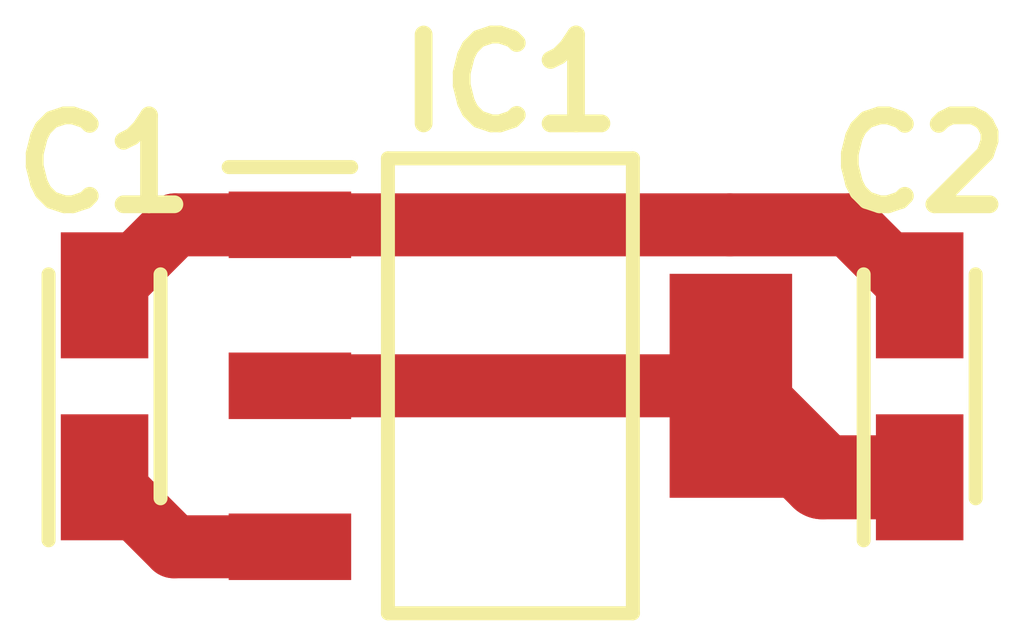
<source format=kicad_pcb>
(kicad_pcb (version 20171130) (host pcbnew "(5.1.6)-1")

  (general
    (thickness 1.6)
    (drawings 0)
    (tracks 10)
    (zones 0)
    (modules 3)
    (nets 4)
  )

  (page A4)
  (layers
    (0 F.Cu signal)
    (31 B.Cu signal)
    (32 B.Adhes user)
    (33 F.Adhes user)
    (34 B.Paste user)
    (35 F.Paste user)
    (36 B.SilkS user)
    (37 F.SilkS user)
    (38 B.Mask user)
    (39 F.Mask user)
    (40 Dwgs.User user)
    (41 Cmts.User user)
    (42 Eco1.User user)
    (43 Eco2.User user)
    (44 Edge.Cuts user)
    (45 Margin user)
    (46 B.CrtYd user)
    (47 F.CrtYd user)
    (48 B.Fab user)
    (49 F.Fab user)
  )

  (setup
    (last_trace_width 1.2)
    (user_trace_width 0.9)
    (user_trace_width 1.2)
    (trace_clearance 0.2)
    (zone_clearance 0.508)
    (zone_45_only no)
    (trace_min 0.2)
    (via_size 0.8)
    (via_drill 0.4)
    (via_min_size 0.4)
    (via_min_drill 0.3)
    (uvia_size 0.3)
    (uvia_drill 0.1)
    (uvias_allowed no)
    (uvia_min_size 0.2)
    (uvia_min_drill 0.1)
    (edge_width 0.05)
    (segment_width 0.2)
    (pcb_text_width 0.3)
    (pcb_text_size 1.5 1.5)
    (mod_edge_width 0.12)
    (mod_text_size 1 1)
    (mod_text_width 0.15)
    (pad_size 1.524 1.524)
    (pad_drill 0.762)
    (pad_to_mask_clearance 0.05)
    (aux_axis_origin 0 0)
    (visible_elements FFFFFF7F)
    (pcbplotparams
      (layerselection 0x010fc_ffffffff)
      (usegerberextensions false)
      (usegerberattributes true)
      (usegerberadvancedattributes true)
      (creategerberjobfile true)
      (excludeedgelayer true)
      (linewidth 0.100000)
      (plotframeref false)
      (viasonmask false)
      (mode 1)
      (useauxorigin false)
      (hpglpennumber 1)
      (hpglpenspeed 20)
      (hpglpendiameter 15.000000)
      (psnegative false)
      (psa4output false)
      (plotreference true)
      (plotvalue true)
      (plotinvisibletext false)
      (padsonsilk false)
      (subtractmaskfromsilk false)
      (outputformat 1)
      (mirror false)
      (drillshape 1)
      (scaleselection 1)
      (outputdirectory ""))
  )

  (net 0 "")
  (net 1 /Pack)
  (net 2 GND)
  (net 3 +3V3)

  (net_class Default "This is the default net class."
    (clearance 0.2)
    (trace_width 0.25)
    (via_dia 0.8)
    (via_drill 0.4)
    (uvia_dia 0.3)
    (uvia_drill 0.1)
    (add_net +3V3)
    (add_net /Pack)
    (add_net GND)
  )

  (module CAPPM3216X180N (layer F.Cu) (tedit 0) (tstamp 60C54864)
    (at 119.507 100.4824 90)
    (descr "CASE CODE A")
    (tags "Capacitor Polarised")
    (path /60C51C6C)
    (attr smd)
    (fp_text reference C1 (at 3.175 0 180) (layer F.SilkS)
      (effects (font (size 1.27 1.27) (thickness 0.254)))
    )
    (fp_text value 10u (at 0 0 90) (layer F.SilkS) hide
      (effects (font (size 1.27 1.27) (thickness 0.254)))
    )
    (fp_line (start -1.6 0.8) (end 1.6 0.8) (layer F.SilkS) (width 0.2))
    (fp_line (start 1.6 -0.8) (end -2.2 -0.8) (layer F.SilkS) (width 0.2))
    (fp_line (start -1.6 -0.175) (end -0.975 -0.8) (layer F.Fab) (width 0.1))
    (fp_line (start -1.6 0.8) (end -1.6 -0.8) (layer F.Fab) (width 0.1))
    (fp_line (start 1.6 0.8) (end -1.6 0.8) (layer F.Fab) (width 0.1))
    (fp_line (start 1.6 -0.8) (end 1.6 0.8) (layer F.Fab) (width 0.1))
    (fp_line (start -1.6 -0.8) (end 1.6 -0.8) (layer F.Fab) (width 0.1))
    (fp_line (start -2.45 1.15) (end -2.45 -1.15) (layer F.CrtYd) (width 0.05))
    (fp_line (start 2.45 1.15) (end -2.45 1.15) (layer F.CrtYd) (width 0.05))
    (fp_line (start 2.45 -1.15) (end 2.45 1.15) (layer F.CrtYd) (width 0.05))
    (fp_line (start -2.45 -1.15) (end 2.45 -1.15) (layer F.CrtYd) (width 0.05))
    (fp_text user %R (at 3.175 0 180) (layer F.Fab)
      (effects (font (size 1.27 1.27) (thickness 0.254)))
    )
    (pad 1 smd rect (at -1.3 0 180) (size 1.25 1.8) (layers F.Cu F.Paste F.Mask)
      (net 1 /Pack))
    (pad 2 smd rect (at 1.3 0 180) (size 1.25 1.8) (layers F.Cu F.Paste F.Mask)
      (net 2 GND))
    (model C:\SamacSys_PCB_Library\KiCad\SamacSys_Parts.3dshapes\T489A106K010ATA2K2.stp
      (at (xyz 0 0 0))
      (scale (xyz 1 1 1))
      (rotate (xyz 0 0 0))
    )
  )

  (module CAPPM3216X180N (layer F.Cu) (tedit 0) (tstamp 60C54876)
    (at 131.1529 100.4824 90)
    (descr "CASE CODE A")
    (tags "Capacitor Polarised")
    (path /60C4FCDA)
    (attr smd)
    (fp_text reference C2 (at 3.175 0 180) (layer F.SilkS)
      (effects (font (size 1.27 1.27) (thickness 0.254)))
    )
    (fp_text value 10u (at 0 0 90) (layer F.SilkS) hide
      (effects (font (size 1.27 1.27) (thickness 0.254)))
    )
    (fp_text user %R (at 3.175 0 180) (layer F.Fab)
      (effects (font (size 1.27 1.27) (thickness 0.254)))
    )
    (fp_line (start -2.45 -1.15) (end 2.45 -1.15) (layer F.CrtYd) (width 0.05))
    (fp_line (start 2.45 -1.15) (end 2.45 1.15) (layer F.CrtYd) (width 0.05))
    (fp_line (start 2.45 1.15) (end -2.45 1.15) (layer F.CrtYd) (width 0.05))
    (fp_line (start -2.45 1.15) (end -2.45 -1.15) (layer F.CrtYd) (width 0.05))
    (fp_line (start -1.6 -0.8) (end 1.6 -0.8) (layer F.Fab) (width 0.1))
    (fp_line (start 1.6 -0.8) (end 1.6 0.8) (layer F.Fab) (width 0.1))
    (fp_line (start 1.6 0.8) (end -1.6 0.8) (layer F.Fab) (width 0.1))
    (fp_line (start -1.6 0.8) (end -1.6 -0.8) (layer F.Fab) (width 0.1))
    (fp_line (start -1.6 -0.175) (end -0.975 -0.8) (layer F.Fab) (width 0.1))
    (fp_line (start 1.6 -0.8) (end -2.2 -0.8) (layer F.SilkS) (width 0.2))
    (fp_line (start -1.6 0.8) (end 1.6 0.8) (layer F.SilkS) (width 0.2))
    (pad 2 smd rect (at 1.3 0 180) (size 1.25 1.8) (layers F.Cu F.Paste F.Mask)
      (net 2 GND))
    (pad 1 smd rect (at -1.3 0 180) (size 1.25 1.8) (layers F.Cu F.Paste F.Mask)
      (net 3 +3V3))
    (model C:\SamacSys_PCB_Library\KiCad\SamacSys_Parts.3dshapes\T489A106K010ATA2K2.stp
      (at (xyz 0 0 0))
      (scale (xyz 1 1 1))
      (rotate (xyz 0 0 0))
    )
  )

  (module SOT230P700X180-4N (layer F.Cu) (tedit 0) (tstamp 60C5488D)
    (at 125.305601 100.475201)
    (descr "DCY Package 4-Pin SOT")
    (tags "Integrated Circuit")
    (path /60C4F22C)
    (attr smd)
    (fp_text reference IC1 (at 0 -4.323501) (layer F.SilkS)
      (effects (font (size 1.27 1.27) (thickness 0.254)))
    )
    (fp_text value LM1117MPX-3.3 (at 0 0) (layer F.SilkS) hide
      (effects (font (size 1.27 1.27) (thickness 0.254)))
    )
    (fp_line (start -4.025 -3.125) (end -2.275 -3.125) (layer F.SilkS) (width 0.2))
    (fp_line (start -1.75 3.25) (end -1.75 -3.25) (layer F.SilkS) (width 0.2))
    (fp_line (start 1.75 3.25) (end -1.75 3.25) (layer F.SilkS) (width 0.2))
    (fp_line (start 1.75 -3.25) (end 1.75 3.25) (layer F.SilkS) (width 0.2))
    (fp_line (start -1.75 -3.25) (end 1.75 -3.25) (layer F.SilkS) (width 0.2))
    (fp_line (start -1.75 -0.95) (end 0.55 -3.25) (layer F.Fab) (width 0.1))
    (fp_line (start -1.75 3.25) (end -1.75 -3.25) (layer F.Fab) (width 0.1))
    (fp_line (start 1.75 3.25) (end -1.75 3.25) (layer F.Fab) (width 0.1))
    (fp_line (start 1.75 -3.25) (end 1.75 3.25) (layer F.Fab) (width 0.1))
    (fp_line (start -1.75 -3.25) (end 1.75 -3.25) (layer F.Fab) (width 0.1))
    (fp_line (start -4.275 3.6) (end -4.275 -3.6) (layer F.CrtYd) (width 0.05))
    (fp_line (start 4.275 3.6) (end -4.275 3.6) (layer F.CrtYd) (width 0.05))
    (fp_line (start 4.275 -3.6) (end 4.275 3.6) (layer F.CrtYd) (width 0.05))
    (fp_line (start -4.275 -3.6) (end 4.275 -3.6) (layer F.CrtYd) (width 0.05))
    (fp_text user %R (at 0 -4.323501) (layer F.Fab)
      (effects (font (size 1.27 1.27) (thickness 0.254)))
    )
    (pad 1 smd rect (at -3.15 -2.3 90) (size 0.95 1.75) (layers F.Cu F.Paste F.Mask)
      (net 2 GND))
    (pad 2 smd rect (at -3.15 0 90) (size 0.95 1.75) (layers F.Cu F.Paste F.Mask)
      (net 3 +3V3))
    (pad 3 smd rect (at -3.15 2.3 90) (size 0.95 1.75) (layers F.Cu F.Paste F.Mask)
      (net 1 /Pack))
    (pad 4 smd rect (at 3.15 0) (size 1.75 3.2) (layers F.Cu F.Paste F.Mask)
      (net 3 +3V3))
    (model C:\SamacSys_PCB_Library\KiCad\SamacSys_Parts.3dshapes\LM1117MPX-3.3.stp
      (at (xyz 0 0 0))
      (scale (xyz 1 1 1))
      (rotate (xyz 0 0 0))
    )
  )

  (segment (start 120.499801 102.775201) (end 119.507 101.7824) (width 0.9) (layer F.Cu) (net 1))
  (segment (start 122.155601 102.775201) (end 120.499801 102.775201) (width 0.9) (layer F.Cu) (net 1))
  (segment (start 120.514199 98.175201) (end 119.507 99.1824) (width 0.9) (layer F.Cu) (net 2))
  (segment (start 122.155601 98.175201) (end 120.514199 98.175201) (width 0.9) (layer F.Cu) (net 2))
  (segment (start 130.145701 98.175201) (end 128.439301 98.175201) (width 0.9) (layer F.Cu) (net 2))
  (segment (start 131.1529 99.1824) (end 130.145701 98.175201) (width 0.9) (layer F.Cu) (net 2))
  (segment (start 122.155601 98.175201) (end 128.439301 98.175201) (width 0.9) (layer F.Cu) (net 2))
  (segment (start 122.155601 100.475201) (end 128.455601 100.475201) (width 0.9) (layer F.Cu) (net 3))
  (segment (start 129.7628 101.7824) (end 128.455601 100.475201) (width 1.2) (layer F.Cu) (net 3))
  (segment (start 131.1529 101.7824) (end 129.7628 101.7824) (width 1.2) (layer F.Cu) (net 3))

)

</source>
